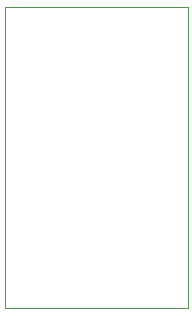
<source format=gm1>
G04 #@! TF.GenerationSoftware,KiCad,Pcbnew,(5.1.9)-1*
G04 #@! TF.CreationDate,2021-05-18T23:01:19-05:00*
G04 #@! TF.ProjectId,Encoder,456e636f-6465-4722-9e6b-696361645f70,rev?*
G04 #@! TF.SameCoordinates,Original*
G04 #@! TF.FileFunction,Profile,NP*
%FSLAX46Y46*%
G04 Gerber Fmt 4.6, Leading zero omitted, Abs format (unit mm)*
G04 Created by KiCad (PCBNEW (5.1.9)-1) date 2021-05-18 23:01:19*
%MOMM*%
%LPD*%
G01*
G04 APERTURE LIST*
G04 #@! TA.AperFunction,Profile*
%ADD10C,0.025400*%
G04 #@! TD*
G04 APERTURE END LIST*
D10*
X135500000Y-118000000D02*
X135500000Y-92500000D01*
X151000000Y-118000000D02*
X135500000Y-118000000D01*
X151000000Y-92500000D02*
X151000000Y-118000000D01*
X135500000Y-92500000D02*
X151000000Y-92500000D01*
M02*

</source>
